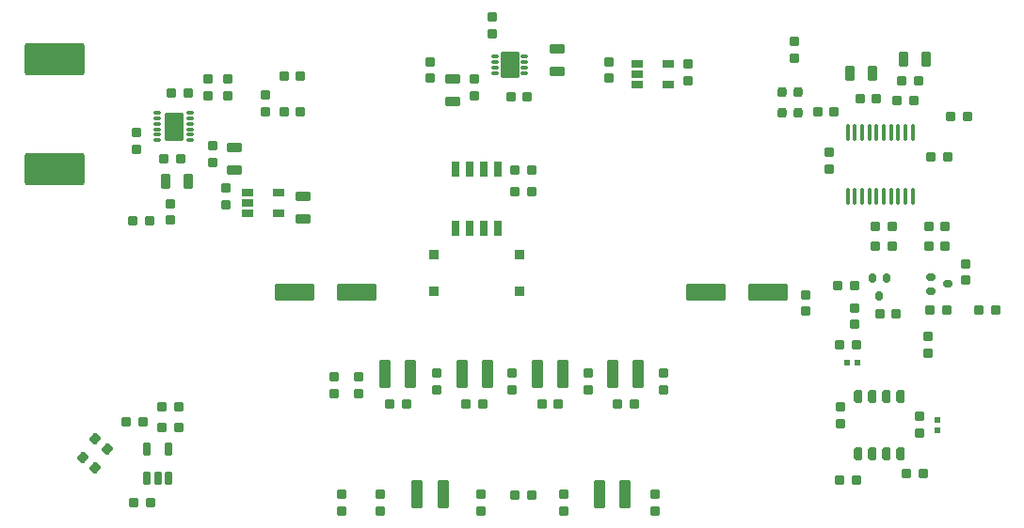
<source format=gtp>
%TF.GenerationSoftware,KiCad,Pcbnew,(6.0.6)*%
%TF.CreationDate,2023-01-28T17:13:44-04:00*%
%TF.ProjectId,DDS_FunctionGenerator,4444535f-4675-46e6-9374-696f6e47656e,rev?*%
%TF.SameCoordinates,Original*%
%TF.FileFunction,Paste,Top*%
%TF.FilePolarity,Positive*%
%FSLAX46Y46*%
G04 Gerber Fmt 4.6, Leading zero omitted, Abs format (unit mm)*
G04 Created by KiCad (PCBNEW (6.0.6)) date 2023-01-28 17:13:44*
%MOMM*%
%LPD*%
G01*
G04 APERTURE LIST*
G04 Aperture macros list*
%AMRoundRect*
0 Rectangle with rounded corners*
0 $1 Rounding radius*
0 $2 $3 $4 $5 $6 $7 $8 $9 X,Y pos of 4 corners*
0 Add a 4 corners polygon primitive as box body*
4,1,4,$2,$3,$4,$5,$6,$7,$8,$9,$2,$3,0*
0 Add four circle primitives for the rounded corners*
1,1,$1+$1,$2,$3*
1,1,$1+$1,$4,$5*
1,1,$1+$1,$6,$7*
1,1,$1+$1,$8,$9*
0 Add four rect primitives between the rounded corners*
20,1,$1+$1,$2,$3,$4,$5,0*
20,1,$1+$1,$4,$5,$6,$7,0*
20,1,$1+$1,$6,$7,$8,$9,0*
20,1,$1+$1,$8,$9,$2,$3,0*%
G04 Aperture macros list end*
%ADD10RoundRect,0.120000X-0.330000X0.280000X-0.330000X-0.280000X0.330000X-0.280000X0.330000X0.280000X0*%
%ADD11RoundRect,0.120000X0.330000X-0.280000X0.330000X0.280000X-0.330000X0.280000X-0.330000X-0.280000X0*%
%ADD12RoundRect,0.120000X0.280000X0.330000X-0.280000X0.330000X-0.280000X-0.330000X0.280000X-0.330000X0*%
%ADD13RoundRect,0.085000X-0.340000X0.340000X-0.340000X-0.340000X0.340000X-0.340000X0.340000X0.340000X0*%
%ADD14RoundRect,0.200000X-0.200000X-0.250000X0.200000X-0.250000X0.200000X0.250000X-0.200000X0.250000X0*%
%ADD15RoundRect,0.114300X-0.266700X0.457200X-0.266700X-0.457200X0.266700X-0.457200X0.266700X0.457200X0*%
%ADD16RoundRect,0.120000X-0.280000X-0.330000X0.280000X-0.330000X0.280000X0.330000X-0.280000X0.330000X0*%
%ADD17RoundRect,0.030000X0.295000X0.120000X-0.295000X0.120000X-0.295000X-0.120000X0.295000X-0.120000X0*%
%ADD18RoundRect,0.030000X-0.295000X-0.120000X0.295000X-0.120000X0.295000X0.120000X-0.295000X0.120000X0*%
%ADD19RoundRect,0.085000X0.765000X1.165000X-0.765000X1.165000X-0.765000X-1.165000X0.765000X-1.165000X0*%
%ADD20RoundRect,0.165000X0.385000X1.085000X-0.385000X1.085000X-0.385000X-1.085000X0.385000X-1.085000X0*%
%ADD21RoundRect,0.100000X0.200000X-0.510000X0.200000X0.510000X-0.200000X0.510000X-0.200000X-0.510000X0*%
%ADD22RoundRect,0.120000X-0.426612X-0.072814X0.002373X-0.432775X0.426612X0.072814X-0.002373X0.432775X0*%
%ADD23RoundRect,0.040000X-0.210000X0.235000X-0.210000X-0.235000X0.210000X-0.235000X0.210000X0.235000X0*%
%ADD24RoundRect,0.160000X-1.590000X-0.640000X1.590000X-0.640000X1.590000X0.640000X-1.590000X0.640000X0*%
%ADD25RoundRect,0.135000X-0.515000X0.315000X-0.515000X-0.315000X0.515000X-0.315000X0.515000X0.315000X0*%
%ADD26RoundRect,0.232000X2.468000X1.218000X-2.468000X1.218000X-2.468000X-1.218000X2.468000X-1.218000X0*%
%ADD27RoundRect,0.120000X0.180000X-0.280000X0.180000X0.280000X-0.180000X0.280000X-0.180000X-0.280000X0*%
%ADD28RoundRect,0.100000X-0.100000X0.637500X-0.100000X-0.637500X0.100000X-0.637500X0.100000X0.637500X0*%
%ADD29RoundRect,0.085000X0.340000X-0.340000X0.340000X0.340000X-0.340000X0.340000X-0.340000X-0.340000X0*%
%ADD30RoundRect,0.120000X0.280000X0.180000X-0.280000X0.180000X-0.280000X-0.180000X0.280000X-0.180000X0*%
%ADD31RoundRect,0.040000X-0.235000X-0.210000X0.235000X-0.210000X0.235000X0.210000X-0.235000X0.210000X0*%
%ADD32RoundRect,0.135000X-0.315000X-0.515000X0.315000X-0.515000X0.315000X0.515000X-0.315000X0.515000X0*%
%ADD33RoundRect,0.135000X0.315000X0.515000X-0.315000X0.515000X-0.315000X-0.515000X0.315000X-0.515000X0*%
%ADD34RoundRect,0.060000X0.490000X0.240000X-0.490000X0.240000X-0.490000X-0.240000X0.490000X-0.240000X0*%
%ADD35RoundRect,0.135000X0.515000X-0.315000X0.515000X0.315000X-0.515000X0.315000X-0.515000X-0.315000X0*%
%ADD36RoundRect,0.160000X1.590000X0.640000X-1.590000X0.640000X-1.590000X-0.640000X1.590000X-0.640000X0*%
%ADD37RoundRect,0.060000X-0.240000X0.640000X-0.240000X-0.640000X0.240000X-0.640000X0.240000X0.640000X0*%
%ADD38RoundRect,0.082500X-0.742500X-1.117500X0.742500X-1.117500X0.742500X1.117500X-0.742500X1.117500X0*%
G04 APERTURE END LIST*
D10*
%TO.C,C26*%
X124400000Y-109250000D03*
X124400000Y-107750000D03*
%TD*%
%TO.C,R2*%
X117000000Y-81150000D03*
X117000000Y-79650000D03*
%TD*%
D11*
%TO.C,C7*%
X97400000Y-87250000D03*
X97400000Y-88750000D03*
%TD*%
D12*
%TO.C,R19*%
X161950000Y-102000000D03*
X163450000Y-102000000D03*
%TD*%
D11*
%TO.C,C32*%
X121600000Y-118650000D03*
X121600000Y-120150000D03*
%TD*%
%TO.C,C5*%
X140200000Y-79850000D03*
X140200000Y-81350000D03*
%TD*%
D13*
%TO.C,D1*%
X125000000Y-97025000D03*
X125000000Y-100375000D03*
%TD*%
D14*
%TO.C,X1*%
X148675000Y-82375000D03*
X148675000Y-84225000D03*
X150125000Y-84225000D03*
X150125000Y-82375000D03*
%TD*%
D15*
%TO.C,U8*%
X159300000Y-109800000D03*
X158030000Y-109800000D03*
X156760000Y-109800000D03*
X155490000Y-109800000D03*
X155490000Y-115007000D03*
X156760000Y-115007000D03*
X158030000Y-115007000D03*
X159300000Y-115007000D03*
%TD*%
D16*
%TO.C,C21*%
X128550000Y-110500000D03*
X127050000Y-110500000D03*
%TD*%
%TO.C,R17*%
X165350000Y-84600000D03*
X163850000Y-84600000D03*
%TD*%
D17*
%TO.C,U4*%
X95425000Y-86750000D03*
X95425000Y-86250000D03*
X95425000Y-85750000D03*
X95425000Y-85250000D03*
X95425000Y-84750000D03*
X95425000Y-84250000D03*
D18*
X92465000Y-84250000D03*
X92465000Y-84750000D03*
X92465000Y-85250000D03*
X92465000Y-85750000D03*
X92465000Y-86250000D03*
X92465000Y-86750000D03*
D19*
X93945000Y-85500000D03*
%TD*%
D20*
%TO.C,L8*%
X118150000Y-118600000D03*
X115850000Y-118600000D03*
%TD*%
D11*
%TO.C,C31*%
X129000000Y-118650000D03*
X129000000Y-120150000D03*
%TD*%
%TO.C,C30*%
X137200000Y-118650000D03*
X137200000Y-120150000D03*
%TD*%
D10*
%TO.C,R3*%
X122600000Y-77150000D03*
X122600000Y-75650000D03*
%TD*%
D12*
%TO.C,C41*%
X162050000Y-88200000D03*
X163550000Y-88200000D03*
%TD*%
D21*
%TO.C,U6*%
X91550000Y-117225000D03*
X92500000Y-117225000D03*
X93450000Y-117225000D03*
X93450000Y-114605000D03*
X91550000Y-114605000D03*
%TD*%
D22*
%TO.C,R13*%
X87974533Y-114582091D03*
X86825467Y-113617909D03*
%TD*%
D23*
%TO.C,C38*%
X162600000Y-111925000D03*
X162600000Y-112875000D03*
%TD*%
D22*
%TO.C,R14*%
X86874533Y-116282091D03*
X85725467Y-115317909D03*
%TD*%
D12*
%TO.C,C44*%
X161850000Y-94488000D03*
X163350000Y-94488000D03*
%TD*%
D10*
%TO.C,C11*%
X98600000Y-92550000D03*
X98600000Y-91050000D03*
%TD*%
D16*
%TO.C,C19*%
X91150000Y-112100000D03*
X89650000Y-112100000D03*
%TD*%
D10*
%TO.C,R12*%
X108400000Y-109550000D03*
X108400000Y-108050000D03*
%TD*%
D20*
%TO.C,L5*%
X115250000Y-107800000D03*
X112950000Y-107800000D03*
%TD*%
D24*
%TO.C,C17*%
X141800000Y-100400000D03*
X147400000Y-100400000D03*
%TD*%
D16*
%TO.C,C36*%
X160516000Y-83185000D03*
X159016000Y-83185000D03*
%TD*%
D10*
%TO.C,C45*%
X153900000Y-112250000D03*
X153900000Y-110750000D03*
%TD*%
D16*
%TO.C,R21*%
X158550000Y-96300000D03*
X157050000Y-96300000D03*
%TD*%
D25*
%TO.C,C8*%
X105600000Y-91800000D03*
X105600000Y-93800000D03*
%TD*%
D12*
%TO.C,C35*%
X155650000Y-83000000D03*
X157150000Y-83000000D03*
%TD*%
D11*
%TO.C,FB1*%
X149800000Y-77850000D03*
X149800000Y-79350000D03*
%TD*%
D12*
%TO.C,R6*%
X90250000Y-94000000D03*
X91750000Y-94000000D03*
%TD*%
D16*
%TO.C,L7*%
X126150000Y-118700000D03*
X124650000Y-118700000D03*
%TD*%
D11*
%TO.C,R5*%
X102200000Y-82650000D03*
X102200000Y-84150000D03*
%TD*%
D26*
%TO.C,L1*%
X83200000Y-89350000D03*
X83200000Y-79450000D03*
%TD*%
D10*
%TO.C,R24*%
X155200000Y-103350000D03*
X155200000Y-101850000D03*
%TD*%
D27*
%TO.C,Q2*%
X158050000Y-99200000D03*
X156750000Y-99200000D03*
X157400000Y-100800000D03*
%TD*%
D16*
%TO.C,R7*%
X105350000Y-81000000D03*
X103850000Y-81000000D03*
%TD*%
%TO.C,C50*%
X167850000Y-102000000D03*
X166350000Y-102000000D03*
%TD*%
D11*
%TO.C,C4*%
X133100000Y-79650000D03*
X133100000Y-81150000D03*
%TD*%
D28*
%TO.C,U7*%
X160405000Y-86037500D03*
X159755000Y-86037500D03*
X159105000Y-86037500D03*
X158455000Y-86037500D03*
X157805000Y-86037500D03*
X157155000Y-86037500D03*
X156505000Y-86037500D03*
X155855000Y-86037500D03*
X155205000Y-86037500D03*
X154555000Y-86037500D03*
X154555000Y-91762500D03*
X155205000Y-91762500D03*
X155855000Y-91762500D03*
X156505000Y-91762500D03*
X157155000Y-91762500D03*
X157805000Y-91762500D03*
X158455000Y-91762500D03*
X159105000Y-91762500D03*
X159755000Y-91762500D03*
X160405000Y-91762500D03*
%TD*%
D29*
%TO.C,D2*%
X117300000Y-100375000D03*
X117300000Y-97025000D03*
%TD*%
D16*
%TO.C,C20*%
X135350000Y-110500000D03*
X133850000Y-110500000D03*
%TD*%
D11*
%TO.C,R15*%
X109000000Y-118650000D03*
X109000000Y-120150000D03*
%TD*%
D12*
%TO.C,R10*%
X92850000Y-110800000D03*
X94350000Y-110800000D03*
%TD*%
D20*
%TO.C,L3*%
X128950000Y-107800000D03*
X126650000Y-107800000D03*
%TD*%
D16*
%TO.C,C16*%
X126141000Y-91365000D03*
X124641000Y-91365000D03*
%TD*%
%TO.C,C29*%
X91850000Y-119400000D03*
X90350000Y-119400000D03*
%TD*%
D12*
%TO.C,C9*%
X93050000Y-88399000D03*
X94550000Y-88399000D03*
%TD*%
D10*
%TO.C,C25*%
X131200000Y-109250000D03*
X131200000Y-107750000D03*
%TD*%
D16*
%TO.C,R8*%
X95250000Y-82500000D03*
X93750000Y-82500000D03*
%TD*%
D30*
%TO.C,Q1*%
X162000000Y-99050000D03*
X162000000Y-100350000D03*
X163600000Y-99700000D03*
%TD*%
D31*
%TO.C,C46*%
X154525000Y-106800000D03*
X155475000Y-106800000D03*
%TD*%
D16*
%TO.C,R25*%
X155350000Y-105200000D03*
X153850000Y-105200000D03*
%TD*%
D10*
%TO.C,C24*%
X138000000Y-109250000D03*
X138000000Y-107750000D03*
%TD*%
%TO.C,C28*%
X110600000Y-109550000D03*
X110600000Y-108050000D03*
%TD*%
D25*
%TO.C,C1*%
X119000000Y-81210000D03*
X119000000Y-83210000D03*
%TD*%
D16*
%TO.C,C42*%
X161350000Y-116800000D03*
X159850000Y-116800000D03*
%TD*%
D32*
%TO.C,C10*%
X93200000Y-90400000D03*
X95200000Y-90400000D03*
%TD*%
D10*
%TO.C,C48*%
X165200000Y-99350000D03*
X165200000Y-97850000D03*
%TD*%
D16*
%TO.C,C43*%
X158550000Y-94500000D03*
X157050000Y-94500000D03*
%TD*%
D12*
%TO.C,C15*%
X124641000Y-89460000D03*
X126141000Y-89460000D03*
%TD*%
D33*
%TO.C,C34*%
X156800000Y-80700000D03*
X154800000Y-80700000D03*
%TD*%
D34*
%TO.C,U1*%
X135600000Y-79850000D03*
X135600000Y-80800000D03*
X135600000Y-81750000D03*
X138400000Y-81750000D03*
X138400000Y-79850000D03*
%TD*%
D12*
%TO.C,R22*%
X161850000Y-96300000D03*
X163350000Y-96300000D03*
%TD*%
%TO.C,R20*%
X153850000Y-117400000D03*
X155350000Y-117400000D03*
%TD*%
D10*
%TO.C,C12*%
X90600000Y-87550000D03*
X90600000Y-86050000D03*
%TD*%
D35*
%TO.C,C3*%
X128400000Y-80500000D03*
X128400000Y-78500000D03*
%TD*%
D36*
%TO.C,C18*%
X110400000Y-100400000D03*
X104800000Y-100400000D03*
%TD*%
D10*
%TO.C,C13*%
X98800000Y-82750000D03*
X98800000Y-81250000D03*
%TD*%
%TO.C,C49*%
X150800000Y-102150000D03*
X150800000Y-100650000D03*
%TD*%
D16*
%TO.C,C23*%
X114850000Y-110500000D03*
X113350000Y-110500000D03*
%TD*%
%TO.C,R11*%
X94350000Y-112600000D03*
X92850000Y-112600000D03*
%TD*%
%TO.C,R26*%
X155150000Y-99800000D03*
X153650000Y-99800000D03*
%TD*%
D10*
%TO.C,C27*%
X117600000Y-109250000D03*
X117600000Y-107750000D03*
%TD*%
D12*
%TO.C,C47*%
X157450000Y-102400000D03*
X158950000Y-102400000D03*
%TD*%
D16*
%TO.C,C39*%
X160950000Y-81400000D03*
X159450000Y-81400000D03*
%TD*%
%TO.C,R1*%
X125750000Y-82800000D03*
X124250000Y-82800000D03*
%TD*%
D25*
%TO.C,C6*%
X99400000Y-87400000D03*
X99400000Y-89400000D03*
%TD*%
D32*
%TO.C,C37*%
X159600000Y-79400000D03*
X161600000Y-79400000D03*
%TD*%
D20*
%TO.C,L2*%
X135750000Y-107800000D03*
X133450000Y-107800000D03*
%TD*%
%TO.C,L6*%
X134550000Y-118600000D03*
X132250000Y-118600000D03*
%TD*%
%TO.C,L4*%
X122150000Y-107800000D03*
X119850000Y-107800000D03*
%TD*%
D10*
%TO.C,R16*%
X161000000Y-113150000D03*
X161000000Y-111650000D03*
%TD*%
D16*
%TO.C,R23*%
X153350000Y-84200000D03*
X151850000Y-84200000D03*
%TD*%
%TO.C,C22*%
X121750000Y-110500000D03*
X120250000Y-110500000D03*
%TD*%
D37*
%TO.C,U5*%
X123110000Y-89300000D03*
X121840000Y-89300000D03*
X120570000Y-89300000D03*
X119300000Y-89300000D03*
X119300000Y-94700000D03*
X120570000Y-94700000D03*
X121840000Y-94700000D03*
X123110000Y-94700000D03*
%TD*%
D11*
%TO.C,C2*%
X121000000Y-81250000D03*
X121000000Y-82750000D03*
%TD*%
%TO.C,C33*%
X112500000Y-118650000D03*
X112500000Y-120150000D03*
%TD*%
%TO.C,C40*%
X152900000Y-87850000D03*
X152900000Y-89350000D03*
%TD*%
D12*
%TO.C,R4*%
X103850000Y-84200000D03*
X105350000Y-84200000D03*
%TD*%
D34*
%TO.C,U3*%
X100600000Y-91450000D03*
X100600000Y-92400000D03*
X100600000Y-93350000D03*
X103400000Y-93350000D03*
X103400000Y-91450000D03*
%TD*%
D38*
%TO.C,U2*%
X124154000Y-79924000D03*
D18*
X125504000Y-80674000D03*
X125504000Y-80174000D03*
X125504000Y-79674000D03*
X125504000Y-79174000D03*
X122804000Y-79174000D03*
X122804000Y-79674000D03*
X122804000Y-80174000D03*
X122804000Y-80674000D03*
%TD*%
D10*
%TO.C,C14*%
X97000000Y-82750000D03*
X97000000Y-81250000D03*
%TD*%
%TO.C,R9*%
X93600000Y-93950000D03*
X93600000Y-92450000D03*
%TD*%
%TO.C,R18*%
X161800000Y-105950000D03*
X161800000Y-104450000D03*
%TD*%
M02*

</source>
